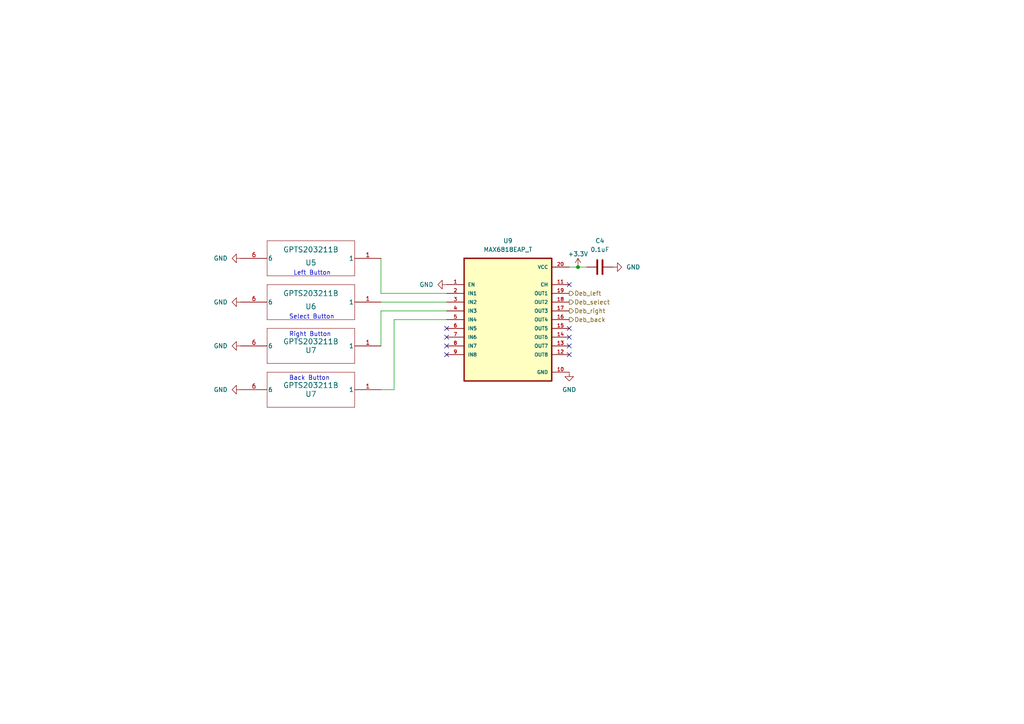
<source format=kicad_sch>
(kicad_sch (version 20230121) (generator eeschema)
  (paper "A4")
  (lib_symbols
    (symbol "2024-05-13_21-50-54:GPTS203211B" (pin_names (offset 0.254))
      (property "Reference" "U" (at 20.32 10.16 0))
      (property "Value" "GPTS203211B" (at 20.32 7.62 0))
      (symbol "GPTS203211B_0_1"
        (polyline (pts (xy 7.62 -5.08) (xy 33.02 -5.08)) (stroke (width 0.127)))
        (polyline (pts (xy 7.62 5.08) (xy 7.62 -5.08)) (stroke (width 0.127)))
        (polyline (pts (xy 33.02 -5.08) (xy 33.02 5.08)) (stroke (width 0.127)))
        (polyline (pts (xy 33.02 5.08) (xy 7.62 5.08)) (stroke (width 0.127)))
        (pin unspecified line (at 0 0 0) (length 7.62) (name "1") (number "1"))
        (pin unspecified line (at 40.64 0 180) (length 7.62) (name "6") (number "6"))
      )
    )
    (symbol "Device:C" (pin_numbers hide) (pin_names (offset 0.254))
      (property "Reference" "C" (at 0.635 2.54 0))
      (property "Value" "C" (at 0.635 -2.54 0))
      (symbol "C_0_1"
        (polyline (pts (xy -2.032 -0.762) (xy 2.032 -0.762)) (stroke (width 0.508)))
        (polyline (pts (xy -2.032 0.762) (xy 2.032 0.762)) (stroke (width 0.508)))
      )
      (symbol "C_1_1"
        (pin passive line (at 0 3.81 270) (length 2.794) (name "~") (number "1"))
        (pin passive line (at 0 -3.81 90) (length 2.794) (name "~") (number "2"))
      )
    )
    (symbol "MAX6818EAP_T2:MAX6818EAP_T" (pin_names (offset 1.016))
      (property "Reference" "U" (at -12.7 18.78 0))
      (property "Value" "MAX6818EAP_T" (at -12.7 -21.78 0))
      (symbol "MAX6818EAP_T_0_0"
        (rectangle (start -12.7 -17.78) (end 12.7 17.78) (stroke (width 0.41)) (fill (type background)))
        (pin input line (at -17.78 10.16 0) (length 5.08) (name "EN") (number "1"))
        (pin power_in line (at 17.78 -15.24 180) (length 5.08) (name "GND") (number "10"))
        (pin output line (at 17.78 10.16 180) (length 5.08) (name "CH") (number "11"))
        (pin output line (at 17.78 -10.16 180) (length 5.08) (name "OUT8") (number "12"))
        (pin output line (at 17.78 -7.62 180) (length 5.08) (name "OUT7") (number "13"))
        (pin output line (at 17.78 -5.08 180) (length 5.08) (name "OUT6") (number "14"))
        (pin output line (at 17.78 -2.54 180) (length 5.08) (name "OUT5") (number "15"))
        (pin output line (at 17.78 0 180) (length 5.08) (name "OUT4") (number "16"))
        (pin output line (at 17.78 2.54 180) (length 5.08) (name "OUT3") (number "17"))
        (pin output line (at 17.78 5.08 180) (length 5.08) (name "OUT2") (number "18"))
        (pin output line (at 17.78 7.62 180) (length 5.08) (name "OUT1") (number "19"))
        (pin input line (at -17.78 7.62 0) (length 5.08) (name "IN1") (number "2"))
        (pin power_in line (at 17.78 15.24 180) (length 5.08) (name "VCC") (number "20"))
        (pin input line (at -17.78 5.08 0) (length 5.08) (name "IN2") (number "3"))
        (pin input line (at -17.78 2.54 0) (length 5.08) (name "IN3") (number "4"))
        (pin input line (at -17.78 0 0) (length 5.08) (name "IN4") (number "5"))
        (pin input line (at -17.78 -2.54 0) (length 5.08) (name "IN5") (number "6"))
        (pin input line (at -17.78 -5.08 0) (length 5.08) (name "IN6") (number "7"))
        (pin input line (at -17.78 -7.62 0) (length 5.08) (name "IN7") (number "8"))
        (pin input line (at -17.78 -10.16 0) (length 5.08) (name "IN8") (number "9"))
      )
    )
    (symbol "power:+3.3V" (power) (pin_names (offset 0))
      (property "Value" "+3.3V" (at 0 3.556 0))
      (symbol "+3.3V_0_1"
        (polyline (pts (xy -0.762 1.27) (xy 0 2.54)))
        (polyline (pts (xy 0 0) (xy 0 2.54)))
        (polyline (pts (xy 0 2.54) (xy 0.762 1.27)))
      )
      (symbol "+3.3V_1_1"
        (pin power_in line (at 0 0 90) (length 0) hide (name "+3.3V") (number "1"))
      )
    )
    (symbol "power:GND" (power) (pin_names (offset 0))
      (property "Value" "GND" (at 0 -3.81 0))
      (symbol "GND_0_1"
        (polyline (pts (xy 0 0) (xy 0 -1.27) (xy 1.27 -1.27) (xy 0 -2.54) (xy -1.27 -1.27) (xy 0 -1.27)))
      )
      (symbol "GND_1_1"
        (pin power_in line (at 0 0 270) (length 0) hide (name "GND") (number "1"))
      )
    )
  )
  (junction (at 167.64 77.47))
  (no_connect (at 129.54 95.25))
  (no_connect (at 129.54 102.87))
  (no_connect (at 165.1 82.55))
  (no_connect (at 165.1 100.33))
  (no_connect (at 165.1 95.25))
  (no_connect (at 165.1 102.87))
  (no_connect (at 129.54 100.33))
  (no_connect (at 165.1 97.79))
  (no_connect (at 129.54 97.79))
  (wire (pts (xy 110.49 90.17) (xy 129.54 90.17)))
  (wire (pts (xy 167.64 77.47) (xy 170.18 77.47)))
  (wire (pts (xy 165.1 77.47) (xy 167.64 77.47)))
  (wire (pts (xy 110.49 87.63) (xy 129.54 87.63)))
  (wire (pts (xy 110.49 85.09) (xy 129.54 85.09)))
  (wire (pts (xy 110.49 113.03) (xy 114.3 113.03)))
  (wire (pts (xy 110.49 100.33) (xy 110.49 90.17)))
  (wire (pts (xy 114.3 113.03) (xy 114.3 92.71)))
  (wire (pts (xy 110.49 74.93) (xy 110.49 85.09)))
  (wire (pts (xy 114.3 92.71) (xy 129.54 92.71)))
  (text "Back Button\n" (at 83.82 110.49 0) (effects (font (size 1.27 1.27)) (justify left bottom)))
  (text "Left Button" (at 85.09 80.01 0) (effects (font (size 1.27 1.27)) (justify left bottom)))
  (text "Select Button" (at 83.82 92.71 0) (effects (font (size 1.27 1.27)) (justify left bottom)))
  (text "Right Button\n" (at 83.82 97.79 0) (effects (font (size 1.27 1.27)) (justify left bottom)))
  (hierarchical_label "Deb_back" (shape output) (at 165.1 92.71 0))
  (hierarchical_label "Deb_select" (shape output) (at 165.1 87.63 0))
  (hierarchical_label "Deb_right" (shape output) (at 165.1 90.17 0))
  (hierarchical_label "Deb_left" (shape output) (at 165.1 85.09 0))
  (symbol (lib_id "power:GND") (at 165.1 107.95 0) (unit 1)
    (property "Reference" "#PWR014" (effects hide))
    (property "Value" "GND" (at 165.1 113.03 0))
    (instances (project "Motor Programmer Rev. 2" (path "" (reference "#PWR014") (unit 1)) (path "" (reference "#PWR018") (unit 1))))
  )
  (symbol (lib_id "2024-05-13_21-50-54:GPTS203211B") (at 110.49 87.63 180) (unit 1)
    (property "Reference" "U6" (at 90.17 88.9 0) (effects (font (size 1.524 1.524))))
    (property "Value" "GPTS203211B" (at 90.17 85.09 0) (effects (font (size 1.524 1.524))))
    (property "Footprint" "footprints:SWITCH_03211B" (effects hide))
    (property "Datasheet" "GPTS203211B" (effects hide))
  )
  (symbol (lib_id "power:GND") (at 177.8 77.47 90) (unit 1)
    (property "Reference" "#PWR016" (effects hide))
    (property "Value" "GND" (at 181.61 77.47 90) (effects (justify right)))
    (instances (project "Motor Programmer Rev. 2" (path "" (reference "#PWR016") (unit 1)) (path "" (reference "#PWR020") (unit 1))))
  )
  (symbol (lib_id "2024-05-13_21-50-54:GPTS203211B") (at 110.49 74.93 180) (unit 1)
    (property "Reference" "U5" (at 90.17 76.2 0) (effects (font (size 1.524 1.524))))
    (property "Value" "GPTS203211B" (at 90.17 72.39 0) (effects (font (size 1.524 1.524))))
    (property "Footprint" "footprints:SWITCH_03211B" (effects hide))
    (property "Datasheet" "GPTS203211B" (effects hide))
  )
  (symbol (lib_id "Device:C") (at 173.99 77.47 90) (unit 1)
    (property "Reference" "C4" (at 173.99 69.85 90))
    (property "Value" "0.1uF" (at 173.99 72.39 90))
    (property "Footprint" "Capacitor_SMD:C_0402_1005Metric" (effects hide))
  )
  (symbol (lib_id "MAX6818EAP_T2:MAX6818EAP_T") (at 147.32 92.71 0) (unit 1)
    (property "Reference" "U9" (at 147.32 69.85 0))
    (property "Value" "MAX6818EAP_T" (at 147.32 72.39 0))
    (property "Footprint" "MAX6818EAP:SOP65P777X199-20N" (effects hide))
    (instances (project "Motor Programmer Rev. 2" (path "" (reference "U9") (unit 1)) (path "" (reference "U8") (unit 1))))
  )
  (symbol (lib_id "power:GND") (at 69.85 100.33 270) (unit 1)
    (property "Reference" "#PWR019" (effects hide))
    (property "Value" "GND" (at 66.04 100.33 90) (effects (justify right)))
    (instances (project "Motor Programmer Rev. 2" (path "" (reference "#PWR019") (unit 1)) (path "" (reference "#PWR016") (unit 1))))
  )
  (symbol (lib_id "power:GND") (at 69.85 74.93 270) (unit 1)
    (property "Reference" "#PWR017" (effects hide))
    (property "Value" "GND" (at 66.04 74.93 90) (effects (justify right)))
    (instances (project "Motor Programmer Rev. 2" (path "" (reference "#PWR017") (unit 1)) (path "" (reference "#PWR014") (unit 1))))
  )
  (symbol (lib_id "power:GND") (at 69.85 87.63 270) (unit 1)
    (property "Reference" "#PWR018" (effects hide))
    (property "Value" "GND" (at 66.04 87.63 90) (effects (justify right)))
    (instances (project "Motor Programmer Rev. 2" (path "" (reference "#PWR018") (unit 1)) (path "" (reference "#PWR015") (unit 1))))
  )
  (symbol (lib_id "power:+3.3V") (at 167.64 77.47 0) (unit 1)
    (property "Reference" "#PWR015" (effects hide))
    (property "Value" "+3.3V" (at 167.64 73.66 0))
    (instances (project "Motor Programmer Rev. 2" (path "" (reference "#PWR015") (unit 1)) (path "" (reference "#PWR019") (unit 1))) (project "ESP32_S2_SOLO_N4 Kicad Reference Design" (path "" (reference "#PWR03") (unit 1))) (project "esp32" (path "" (reference "#PWR05") (unit 1))))
  )
  (symbol (lib_id "2024-05-13_21-50-54:GPTS203211B") (at 110.49 113.03 180) (unit 1)
    (property "Reference" "U7" (at 90.17 114.3 0) (effects (font (size 1.524 1.524))))
    (property "Value" "GPTS203211B" (at 90.17 111.76 0) (effects (font (size 1.524 1.524))))
    (property "Footprint" "footprints:SWITCH_03211B" (effects hide))
    (property "Datasheet" "GPTS203211B" (effects hide))
    (instances (project "Motor Programmer Rev. 2" (path "" (reference "U7") (unit 1)) (path "" (reference "U13") (unit 1))))
  )
  (symbol (lib_id "2024-05-13_21-50-54:GPTS203211B") (at 110.49 100.33 180) (unit 1)
    (property "Reference" "U7" (at 90.17 101.6 0) (effects (font (size 1.524 1.524))))
    (property "Value" "GPTS203211B" (at 90.17 99.06 0) (effects (font (size 1.524 1.524))))
    (property "Footprint" "footprints:SWITCH_03211B" (effects hide))
    (property "Datasheet" "GPTS203211B" (effects hide))
  )
  (symbol (lib_id "power:GND") (at 69.85 113.03 270) (unit 1)
    (property "Reference" "#PWR019" (effects hide))
    (property "Value" "GND" (at 66.04 113.03 90) (effects (justify right)))
    (instances (project "Motor Programmer Rev. 2" (path "" (reference "#PWR019") (unit 1)) (path "" (reference "#PWR07") (unit 1))))
  )
  (symbol (lib_id "power:GND") (at 129.54 82.55 270) (unit 1)
    (property "Reference" "#PWR020" (effects hide))
    (property "Value" "GND" (at 125.73 82.55 90) (effects (justify right)))
    (instances (project "Motor Programmer Rev. 2" (path "" (reference "#PWR020") (unit 1)) (path "" (reference "#PWR017") (unit 1))))
  )
)
</source>
